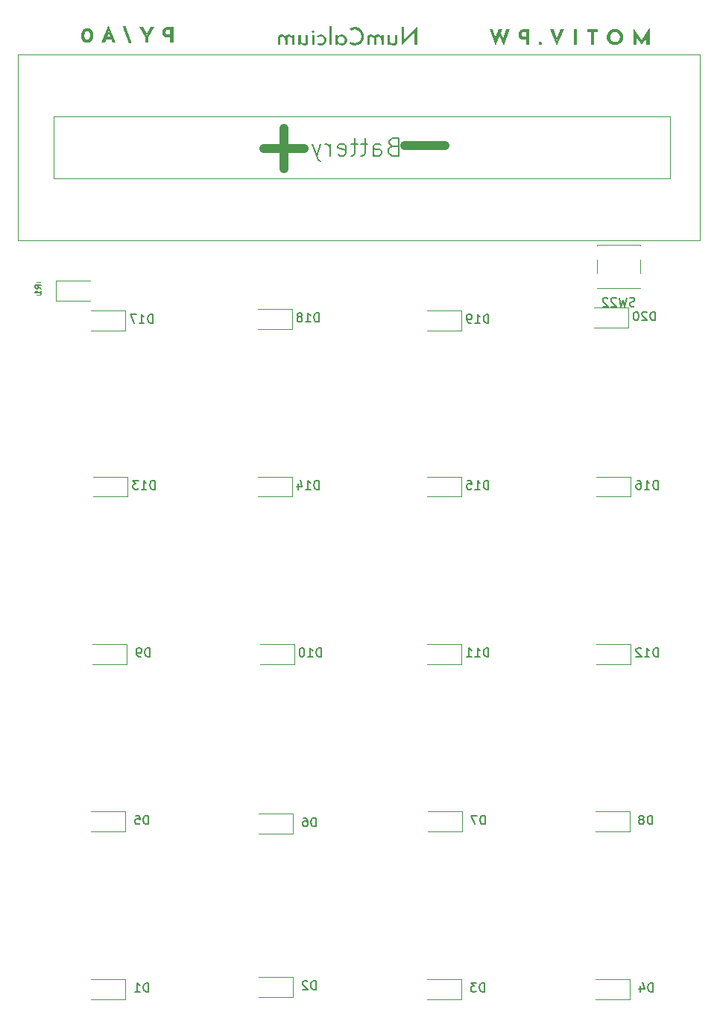
<source format=gbr>
%TF.GenerationSoftware,KiCad,Pcbnew,8.0.7-8.0.7-0~ubuntu22.04.1*%
%TF.CreationDate,2024-12-28T00:36:41+00:00*%
%TF.ProjectId,numcalcium,6e756d63-616c-4636-9975-6d2e6b696361,rev?*%
%TF.SameCoordinates,Original*%
%TF.FileFunction,Legend,Bot*%
%TF.FilePolarity,Positive*%
%FSLAX46Y46*%
G04 Gerber Fmt 4.6, Leading zero omitted, Abs format (unit mm)*
G04 Created by KiCad (PCBNEW 8.0.7-8.0.7-0~ubuntu22.04.1) date 2024-12-28 00:36:41*
%MOMM*%
%LPD*%
G01*
G04 APERTURE LIST*
%ADD10C,0.250000*%
%ADD11C,0.400000*%
%ADD12C,0.150000*%
%ADD13C,1.000000*%
%ADD14C,0.120000*%
%ADD15C,0.100000*%
G04 APERTURE END LIST*
D10*
G36*
X43696710Y30160054D02*
G01*
X45261818Y31749098D01*
X45183172Y31729558D01*
X45177799Y30226000D01*
X45450862Y30226000D01*
X45450862Y32311833D01*
X45438161Y32311833D01*
X43889662Y30718882D01*
X43952676Y30732559D01*
X43958538Y32250284D01*
X43688406Y32250284D01*
X43688406Y30160054D01*
X43696710Y30160054D01*
G37*
G36*
X42804247Y30181059D02*
G01*
X42907253Y30192488D01*
X43004088Y30231025D01*
X43066075Y30277779D01*
X43129112Y30358356D01*
X43165085Y30455008D01*
X43174030Y30528372D01*
X43174030Y31385176D01*
X42912202Y31385176D01*
X42912202Y30620696D01*
X42889914Y30521376D01*
X42857003Y30467311D01*
X42772587Y30415372D01*
X42700688Y30405274D01*
X42603299Y30421404D01*
X42526298Y30462427D01*
X42452736Y30535389D01*
X42402711Y30619230D01*
X42369402Y30718449D01*
X42356713Y30821512D01*
X42356305Y30844911D01*
X42356305Y31385176D01*
X42094477Y31385176D01*
X42094477Y30226000D01*
X42330904Y30226000D01*
X42353374Y30510298D01*
X42340674Y30459984D01*
X42390596Y30374959D01*
X42443744Y30315881D01*
X42522781Y30256267D01*
X42603967Y30216718D01*
X42700199Y30189974D01*
X42797515Y30181094D01*
X42804247Y30181059D01*
G37*
G36*
X41410597Y31385176D02*
G01*
X41388127Y31124813D01*
X41400827Y31147284D01*
X41349975Y31231877D01*
X41279621Y31308756D01*
X41216668Y31355867D01*
X41122100Y31402006D01*
X41026965Y31425593D01*
X40943116Y31431582D01*
X40841106Y31421536D01*
X40771169Y31399831D01*
X40686638Y31350448D01*
X40645628Y31310926D01*
X40595589Y31224974D01*
X40581637Y31171219D01*
X40597268Y31160961D01*
X40538970Y31248682D01*
X40466659Y31320604D01*
X40410667Y31359775D01*
X40319648Y31403532D01*
X40224645Y31427094D01*
X40159096Y31431582D01*
X40059930Y31422137D01*
X39966495Y31389928D01*
X39889452Y31334862D01*
X39828086Y31254285D01*
X39794198Y31157633D01*
X39786870Y31084269D01*
X39786870Y30226000D01*
X40047233Y30226000D01*
X40047233Y30989014D01*
X40065361Y31089306D01*
X40090709Y31138491D01*
X40174856Y31195687D01*
X40231881Y31204436D01*
X40333876Y31187203D01*
X40413109Y31143376D01*
X40483695Y31073644D01*
X40537184Y30985595D01*
X40569735Y30891134D01*
X40584039Y30790019D01*
X40584568Y30776034D01*
X40584568Y30226000D01*
X40846396Y30226000D01*
X40846396Y30989014D01*
X40865897Y31089306D01*
X40892802Y31138491D01*
X40974477Y31194220D01*
X41036905Y31204436D01*
X41138762Y31187203D01*
X41217645Y31143376D01*
X41287376Y31073278D01*
X41340255Y30984129D01*
X41371811Y30888724D01*
X41384047Y30787523D01*
X41384219Y30773592D01*
X41384219Y30226000D01*
X41646047Y30226000D01*
X41646047Y31385176D01*
X41410597Y31385176D01*
G37*
G36*
X37783591Y30377430D02*
G01*
X37869228Y30327160D01*
X37920367Y30301715D01*
X38015011Y30263002D01*
X38109645Y30234538D01*
X38124065Y30230884D01*
X38221918Y30212466D01*
X38327350Y30204044D01*
X38378566Y30203529D01*
X38479332Y30208551D01*
X38588997Y30223450D01*
X38692800Y30248119D01*
X38790741Y30282557D01*
X38802572Y30287549D01*
X38893125Y30331818D01*
X38976717Y30383536D01*
X39062438Y30450624D01*
X39123018Y30509321D01*
X39192377Y30591779D01*
X39252076Y30680883D01*
X39302115Y30776633D01*
X39325740Y30832699D01*
X39356728Y30925603D01*
X39378863Y31021621D01*
X39392143Y31120753D01*
X39396570Y31222999D01*
X39391991Y31334129D01*
X39378252Y31440863D01*
X39355354Y31543201D01*
X39323297Y31641143D01*
X39282601Y31733955D01*
X39234271Y31820417D01*
X39178309Y31900528D01*
X39114714Y31974290D01*
X39034815Y32048951D01*
X38947343Y32113565D01*
X38852297Y32168134D01*
X38796221Y32194108D01*
X38702218Y32228516D01*
X38603880Y32253093D01*
X38501207Y32267839D01*
X38394198Y32272755D01*
X38294412Y32268852D01*
X38189884Y32255361D01*
X38092034Y32232235D01*
X38063981Y32223418D01*
X37966852Y32187872D01*
X37872215Y32144618D01*
X37808992Y32109112D01*
X37917924Y31854122D01*
X38004528Y31906336D01*
X38099496Y31951777D01*
X38121623Y31961101D01*
X38214885Y31991463D01*
X38315155Y32007812D01*
X38385893Y32010926D01*
X38484970Y32003942D01*
X38580698Y31982989D01*
X38664819Y31951819D01*
X38752136Y31905978D01*
X38832064Y31849054D01*
X38898315Y31787688D01*
X38962417Y31710992D01*
X39016361Y31625984D01*
X39056584Y31541491D01*
X39089123Y31442001D01*
X39108156Y31336969D01*
X39113737Y31236676D01*
X39108681Y31136546D01*
X39091438Y31031362D01*
X39061958Y30931373D01*
X39020991Y30838646D01*
X38969288Y30754577D01*
X38912969Y30685665D01*
X38834270Y30614086D01*
X38752594Y30559817D01*
X38678985Y30523487D01*
X38581362Y30490392D01*
X38475889Y30471034D01*
X38373193Y30465357D01*
X38270611Y30470899D01*
X38168316Y30489583D01*
X38098175Y30512252D01*
X38007708Y30552531D01*
X37920153Y30604416D01*
X37899850Y30619230D01*
X37783591Y30377430D01*
G37*
G36*
X36997239Y31425165D02*
G01*
X37099952Y31399951D01*
X37196431Y31356844D01*
X37283386Y31297391D01*
X37357526Y31222468D01*
X37413807Y31140933D01*
X37432812Y31104923D01*
X37469239Y31007550D01*
X37488481Y30910941D01*
X37494896Y30805832D01*
X37494213Y30769545D01*
X37483973Y30667072D01*
X37458185Y30564451D01*
X37417226Y30473662D01*
X37363293Y30395227D01*
X37291513Y30323826D01*
X37206689Y30268009D01*
X37111428Y30228239D01*
X37009009Y30204977D01*
X36909690Y30198156D01*
X36825380Y30203766D01*
X36727973Y30227465D01*
X36669607Y30251576D01*
X36584847Y30301226D01*
X36559064Y30320818D01*
X36485684Y30389642D01*
X36464679Y30419130D01*
X36464679Y30226000D01*
X36202851Y30226000D01*
X36202851Y30938700D01*
X36464679Y30938700D01*
X36464679Y30710577D01*
X36485876Y30640470D01*
X36535998Y30552796D01*
X36582342Y30503737D01*
X36665447Y30449726D01*
X36742448Y30423780D01*
X36839836Y30413578D01*
X36940953Y30427011D01*
X37034254Y30467311D01*
X37114609Y30530815D01*
X37176891Y30612880D01*
X37183339Y30624444D01*
X37218437Y30716521D01*
X37230136Y30818044D01*
X37229934Y30832827D01*
X37215523Y30936274D01*
X37178357Y31026628D01*
X37117662Y31106617D01*
X37039138Y31166823D01*
X36947669Y31204558D01*
X36848140Y31217137D01*
X36774517Y31211252D01*
X36676193Y31181478D01*
X36616163Y31148070D01*
X36542348Y31083292D01*
X36502665Y31029500D01*
X36464679Y30938700D01*
X36202851Y30938700D01*
X36202851Y31385176D01*
X36443674Y31385176D01*
X36463476Y31201463D01*
X36475849Y31220869D01*
X36540531Y31294915D01*
X36622949Y31359286D01*
X36689967Y31394706D01*
X36792069Y31423901D01*
X36898454Y31432559D01*
X36997239Y31425165D01*
G37*
G36*
X35754909Y32394387D02*
G01*
X35493081Y32394387D01*
X35493081Y30226000D01*
X35754909Y30226000D01*
X35754909Y32394387D01*
G37*
G36*
X34101385Y30333955D02*
G01*
X34187115Y30277535D01*
X34281239Y30236619D01*
X34287987Y30234304D01*
X34383343Y30209593D01*
X34486547Y30198474D01*
X34507317Y30198156D01*
X34610061Y30204106D01*
X34715791Y30224676D01*
X34812649Y30259939D01*
X34839976Y30273383D01*
X34923324Y30326620D01*
X35000901Y30398845D01*
X35063702Y30485385D01*
X35106206Y30575545D01*
X35132968Y30675055D01*
X35143594Y30772608D01*
X35144302Y30806809D01*
X35137540Y30907084D01*
X35114166Y31009437D01*
X35074094Y31102249D01*
X35058817Y31128233D01*
X35000094Y31207659D01*
X34923267Y31281034D01*
X34833625Y31339747D01*
X34744095Y31379160D01*
X34641204Y31405654D01*
X34543660Y31414412D01*
X34533695Y31414485D01*
X34433105Y31408990D01*
X34333590Y31390633D01*
X34284079Y31375406D01*
X34193612Y31335789D01*
X34109341Y31281307D01*
X34094058Y31268916D01*
X34224484Y31098435D01*
X34307574Y31150573D01*
X34347094Y31168777D01*
X34445554Y31196063D01*
X34511225Y31200528D01*
X34609288Y31187584D01*
X34698315Y31148749D01*
X34778316Y31083256D01*
X34832648Y31008065D01*
X34870018Y30913299D01*
X34882425Y30813808D01*
X34882474Y30806809D01*
X34869773Y30703616D01*
X34831672Y30608972D01*
X34770855Y30528006D01*
X34690988Y30465846D01*
X34594878Y30426645D01*
X34493462Y30413629D01*
X34486312Y30413578D01*
X34385130Y30425186D01*
X34348559Y30436048D01*
X34257815Y30481295D01*
X34235719Y30497598D01*
X34101385Y30333955D01*
G37*
G36*
X33767750Y31385176D02*
G01*
X33505921Y31385176D01*
X33505921Y30226000D01*
X33767750Y30226000D01*
X33767750Y31385176D01*
G37*
G36*
X33785824Y31793550D02*
G01*
X33747676Y31886996D01*
X33735998Y31897598D01*
X33646701Y31938105D01*
X33629020Y31939119D01*
X33535414Y31907329D01*
X33523507Y31897598D01*
X33477345Y31808853D01*
X33476612Y31793550D01*
X33512516Y31699036D01*
X33523507Y31688526D01*
X33614548Y31648615D01*
X33629020Y31647981D01*
X33723427Y31679397D01*
X33735998Y31689014D01*
X33784607Y31774383D01*
X33785824Y31793550D01*
G37*
G36*
X32686731Y30181059D02*
G01*
X32789737Y30192488D01*
X32886572Y30231025D01*
X32948559Y30277779D01*
X33011597Y30358356D01*
X33047569Y30455008D01*
X33056515Y30528372D01*
X33056515Y31385176D01*
X32794686Y31385176D01*
X32794686Y30620696D01*
X32772399Y30521376D01*
X32739487Y30467311D01*
X32655071Y30415372D01*
X32583172Y30405274D01*
X32485783Y30421404D01*
X32408782Y30462427D01*
X32335220Y30535389D01*
X32285196Y30619230D01*
X32251886Y30718449D01*
X32239197Y30821512D01*
X32238789Y30844911D01*
X32238789Y31385176D01*
X31976961Y31385176D01*
X31976961Y30226000D01*
X32213388Y30226000D01*
X32235859Y30510298D01*
X32223158Y30459984D01*
X32273081Y30374959D01*
X32326228Y30315881D01*
X32405265Y30256267D01*
X32486452Y30216718D01*
X32582683Y30189974D01*
X32679999Y30181094D01*
X32686731Y30181059D01*
G37*
G36*
X31293081Y31385176D02*
G01*
X31270611Y31124813D01*
X31283311Y31147284D01*
X31232459Y31231877D01*
X31162105Y31308756D01*
X31099152Y31355867D01*
X31004585Y31402006D01*
X30909449Y31425593D01*
X30825600Y31431582D01*
X30723591Y31421536D01*
X30653653Y31399831D01*
X30569122Y31350448D01*
X30528113Y31310926D01*
X30478074Y31224974D01*
X30464121Y31171219D01*
X30479752Y31160961D01*
X30421455Y31248682D01*
X30349144Y31320604D01*
X30293151Y31359775D01*
X30202132Y31403532D01*
X30107129Y31427094D01*
X30041581Y31431582D01*
X29942414Y31422137D01*
X29848979Y31389928D01*
X29771937Y31334862D01*
X29710571Y31254285D01*
X29676682Y31157633D01*
X29669355Y31084269D01*
X29669355Y30226000D01*
X29929718Y30226000D01*
X29929718Y30989014D01*
X29947845Y31089306D01*
X29973193Y31138491D01*
X30057340Y31195687D01*
X30114365Y31204436D01*
X30216360Y31187203D01*
X30295593Y31143376D01*
X30366180Y31073644D01*
X30419669Y30985595D01*
X30452219Y30891134D01*
X30466523Y30790019D01*
X30467052Y30776034D01*
X30467052Y30226000D01*
X30728880Y30226000D01*
X30728880Y30989014D01*
X30748381Y31089306D01*
X30775286Y31138491D01*
X30856961Y31194220D01*
X30919390Y31204436D01*
X31021246Y31187203D01*
X31100129Y31143376D01*
X31169861Y31073278D01*
X31222739Y30984129D01*
X31254295Y30888724D01*
X31266531Y30787523D01*
X31266703Y30773592D01*
X31266703Y30226000D01*
X31528531Y30226000D01*
X31528531Y31385176D01*
X31293081Y31385176D01*
G37*
D11*
G36*
X71860404Y30251057D02*
G01*
X71860404Y32127880D01*
X71858267Y32127880D01*
X70855955Y30706692D01*
X71008118Y30740886D01*
X70008371Y32127880D01*
X70003670Y32127880D01*
X70003670Y30251057D01*
X70358860Y30251057D01*
X70358860Y31326458D01*
X70336634Y31142665D01*
X70946569Y30275420D01*
X70951698Y30275420D01*
X71578731Y31142665D01*
X71517609Y31311925D01*
X71517609Y30251057D01*
X71860404Y30251057D01*
G37*
G36*
X68029367Y32069429D02*
G01*
X68120328Y32055645D01*
X68208244Y32032671D01*
X68293115Y32000507D01*
X68373925Y31960302D01*
X68449659Y31913205D01*
X68520318Y31859216D01*
X68585901Y31798335D01*
X68645500Y31731630D01*
X68698207Y31660170D01*
X68744022Y31583955D01*
X68782944Y31502984D01*
X68813986Y31418434D01*
X68836158Y31331480D01*
X68849462Y31242121D01*
X68853897Y31150359D01*
X68849462Y31056352D01*
X68836158Y30965391D01*
X68813986Y30877475D01*
X68782944Y30792604D01*
X68744022Y30711794D01*
X68698207Y30636060D01*
X68645500Y30565401D01*
X68585901Y30499818D01*
X68520318Y30440192D01*
X68449659Y30387405D01*
X68373925Y30341457D01*
X68293115Y30302347D01*
X68208244Y30271306D01*
X68120328Y30249133D01*
X68029367Y30235829D01*
X67935360Y30231395D01*
X67842475Y30235829D01*
X67752316Y30249133D01*
X67664880Y30271306D01*
X67580170Y30302347D01*
X67499200Y30341457D01*
X67422985Y30387405D01*
X67351524Y30440192D01*
X67284819Y30499818D01*
X67224018Y30565401D01*
X67170270Y30636060D01*
X67123573Y30711794D01*
X67083930Y30792604D01*
X67052327Y30877475D01*
X67029754Y30965391D01*
X67016210Y31056352D01*
X67011695Y31150359D01*
X67379280Y31150359D01*
X67381285Y31098569D01*
X67394047Y31013308D01*
X67421168Y30925961D01*
X67437843Y30887853D01*
X67481703Y30811060D01*
X67536145Y30742168D01*
X67564616Y30713602D01*
X67632488Y30660267D01*
X67708825Y30618642D01*
X67746567Y30603680D01*
X67832156Y30581883D01*
X67922965Y30574617D01*
X67974632Y30576724D01*
X68059112Y30590138D01*
X68144799Y30618642D01*
X68182090Y30636398D01*
X68257011Y30683428D01*
X68323890Y30742168D01*
X68351554Y30772982D01*
X68403348Y30845521D01*
X68443996Y30925961D01*
X68460651Y30972345D01*
X68480728Y31062503D01*
X68486738Y31150359D01*
X68484755Y31203022D01*
X68472122Y31289496D01*
X68445278Y31377749D01*
X68428368Y31416422D01*
X68383482Y31493926D01*
X68327309Y31562824D01*
X68297922Y31591535D01*
X68228373Y31645081D01*
X68150782Y31686777D01*
X68106020Y31703931D01*
X68018548Y31724611D01*
X67932796Y31730802D01*
X67889319Y31729254D01*
X67799242Y31715281D01*
X67714809Y31686777D01*
X67678044Y31669005D01*
X67604572Y31621840D01*
X67539565Y31562824D01*
X67512642Y31532094D01*
X67462042Y31459225D01*
X67422023Y31377749D01*
X67403323Y31324107D01*
X67385291Y31239637D01*
X67379280Y31150359D01*
X67011695Y31150359D01*
X67016210Y31242121D01*
X67029754Y31331480D01*
X67052327Y31418434D01*
X67083930Y31502984D01*
X67123573Y31583955D01*
X67170270Y31660170D01*
X67224018Y31731630D01*
X67284819Y31798335D01*
X67351524Y31859216D01*
X67422985Y31913205D01*
X67499200Y31960302D01*
X67580170Y32000507D01*
X67664880Y32032671D01*
X67752316Y32055645D01*
X67842475Y32069429D01*
X67935360Y32074024D01*
X68029367Y32069429D01*
G37*
G36*
X65983738Y32054363D02*
G01*
X64768569Y32054363D01*
X64768569Y31711140D01*
X65207107Y31711140D01*
X65207107Y30251057D01*
X65562297Y30251057D01*
X65562297Y31711140D01*
X65983738Y31711140D01*
X65983738Y32054363D01*
G37*
G36*
X63631618Y32054363D02*
G01*
X63276428Y32054363D01*
X63276428Y30251057D01*
X63631618Y30251057D01*
X63631618Y32054363D01*
G37*
G36*
X61744109Y32054363D02*
G01*
X61217522Y30755845D01*
X61423113Y30797306D01*
X60945680Y32054363D01*
X60524238Y32054363D01*
X61347459Y30167709D01*
X62170680Y32054363D01*
X61744109Y32054363D01*
G37*
G36*
X59615106Y30427583D02*
G01*
X59593567Y30512634D01*
X59559968Y30554528D01*
X59486704Y30598974D01*
X59438579Y30606247D01*
X59353808Y30579529D01*
X59322319Y30554528D01*
X59274935Y30480898D01*
X59267182Y30427583D01*
X59286620Y30343255D01*
X59322319Y30298928D01*
X59397265Y30256713D01*
X59438579Y30251057D01*
X59524421Y30273683D01*
X59559968Y30298928D01*
X59607352Y30371624D01*
X59615106Y30427583D01*
G37*
G36*
X58203321Y30251057D02*
G01*
X57848131Y30251057D01*
X57848131Y30822096D01*
X57593385Y30822096D01*
X57560775Y30822581D01*
X57468804Y30829850D01*
X57376925Y30848158D01*
X57295898Y30877234D01*
X57238275Y30907020D01*
X57163362Y30960014D01*
X57102274Y31022986D01*
X57072553Y31063611D01*
X57027341Y31144268D01*
X56997128Y31224731D01*
X56985797Y31266520D01*
X56969291Y31356754D01*
X56964390Y31436733D01*
X57318979Y31436733D01*
X57332656Y31355950D01*
X57336243Y31344363D01*
X57376681Y31266618D01*
X57391249Y31248614D01*
X57461311Y31195666D01*
X57509513Y31177401D01*
X57595950Y31167456D01*
X57848131Y31167456D01*
X57848131Y31711140D01*
X57593385Y31711140D01*
X57528851Y31706632D01*
X57445069Y31679083D01*
X57422296Y31664530D01*
X57363003Y31600865D01*
X57358116Y31592140D01*
X57327527Y31508968D01*
X57318979Y31436733D01*
X56964390Y31436733D01*
X56963788Y31446564D01*
X56966628Y31514675D01*
X56979251Y31599973D01*
X57005521Y31688397D01*
X57044572Y31768843D01*
X57071622Y31809826D01*
X57129411Y31876075D01*
X57198898Y31932654D01*
X57280083Y31979563D01*
X57299638Y31988621D01*
X57383199Y32019008D01*
X57475309Y32040045D01*
X57562918Y32050783D01*
X57657072Y32054363D01*
X58203321Y32054363D01*
X58203321Y30251057D01*
G37*
G36*
X56005502Y32041967D02*
G01*
X55588762Y32041967D01*
X55204080Y30910146D01*
X55260500Y30934509D01*
X54924971Y31770125D01*
X54760840Y31282433D01*
X55280161Y30167709D01*
X56005502Y32041967D01*
G37*
G36*
X55101070Y32041967D02*
G01*
X54748445Y32041967D01*
X54305205Y30946904D01*
X54368891Y30956735D01*
X54038064Y32041967D01*
X53655946Y32041967D01*
X54351367Y30172838D01*
X55101070Y32041967D01*
G37*
G36*
X17758404Y30505057D02*
G01*
X17403214Y30505057D01*
X17403214Y31076096D01*
X17148468Y31076096D01*
X17115858Y31076581D01*
X17023887Y31083850D01*
X16932008Y31102158D01*
X16850981Y31131234D01*
X16793358Y31161020D01*
X16718446Y31214014D01*
X16657357Y31276986D01*
X16627636Y31317611D01*
X16582424Y31398268D01*
X16552211Y31478731D01*
X16540880Y31520520D01*
X16524374Y31610754D01*
X16519473Y31690733D01*
X16874062Y31690733D01*
X16887739Y31609950D01*
X16891326Y31598363D01*
X16931764Y31520618D01*
X16946332Y31502614D01*
X17016394Y31449666D01*
X17064596Y31431401D01*
X17151033Y31421456D01*
X17403214Y31421456D01*
X17403214Y31965140D01*
X17148468Y31965140D01*
X17083934Y31960632D01*
X17000152Y31933083D01*
X16977379Y31918530D01*
X16918086Y31854865D01*
X16913199Y31846140D01*
X16882610Y31762968D01*
X16874062Y31690733D01*
X16519473Y31690733D01*
X16518871Y31700564D01*
X16521711Y31768675D01*
X16534334Y31853973D01*
X16560604Y31942397D01*
X16599655Y32022843D01*
X16626705Y32063826D01*
X16684494Y32130075D01*
X16753981Y32186654D01*
X16835166Y32233563D01*
X16854721Y32242621D01*
X16938282Y32273008D01*
X17030392Y32294045D01*
X17118001Y32304783D01*
X17212155Y32308363D01*
X17758404Y32308363D01*
X17758404Y30505057D01*
G37*
G36*
X14938254Y31066266D02*
G01*
X15602045Y32308363D01*
X15163507Y32308363D01*
X14698041Y31372302D01*
X14803188Y31365036D01*
X14344988Y32308363D01*
X13906450Y32308363D01*
X14583064Y31066266D01*
X14583064Y30505057D01*
X14938254Y30505057D01*
X14938254Y31066266D01*
G37*
G36*
X12029627Y32345121D02*
G01*
X12062245Y32256426D01*
X12094863Y32167776D01*
X12127480Y32079172D01*
X12160098Y31990612D01*
X12192716Y31902098D01*
X12225334Y31813628D01*
X12257952Y31725204D01*
X12290570Y31636824D01*
X12323188Y31548490D01*
X12355806Y31460201D01*
X12377551Y31401367D01*
X12410169Y31313188D01*
X12442787Y31224964D01*
X12475404Y31136695D01*
X12508022Y31048380D01*
X12540640Y30960021D01*
X12573258Y30871617D01*
X12605876Y30783167D01*
X12638494Y30694673D01*
X12671112Y30606133D01*
X12703729Y30517549D01*
X12725475Y30458467D01*
X13034503Y30458467D01*
X13001885Y30547082D01*
X12969267Y30635652D01*
X12936649Y30724176D01*
X12904032Y30812656D01*
X12871414Y30901090D01*
X12838796Y30989479D01*
X12806178Y31077824D01*
X12773560Y31166123D01*
X12740942Y31254377D01*
X12708324Y31342586D01*
X12686579Y31401367D01*
X12653961Y31489626D01*
X12621343Y31577930D01*
X12588725Y31666279D01*
X12556108Y31754674D01*
X12523490Y31843113D01*
X12490872Y31931597D01*
X12458254Y32020127D01*
X12425636Y32108702D01*
X12393018Y32197321D01*
X12360400Y32285986D01*
X12338655Y32345121D01*
X12029627Y32345121D01*
G37*
G36*
X11220511Y30505057D02*
G01*
X10407122Y32379315D01*
X10387460Y32379315D01*
X9574070Y30505057D01*
X9985681Y30505057D01*
X10505002Y31823235D01*
X10248120Y31999762D01*
X10870450Y30505057D01*
X11220511Y30505057D01*
G37*
G36*
X10664431Y31156880D02*
G01*
X10122884Y31156880D01*
X9998076Y30857682D01*
X10774707Y30857682D01*
X10664431Y31156880D01*
G37*
G36*
X7990226Y32148893D02*
G01*
X8079568Y32144135D01*
X8164652Y32131446D01*
X8253327Y32108328D01*
X8328118Y32077790D01*
X8402964Y32031664D01*
X8470032Y31972406D01*
X8486905Y31953983D01*
X8537996Y31884593D01*
X8581156Y31802931D01*
X8613219Y31718943D01*
X8619430Y31698875D01*
X8640267Y31612588D01*
X8654693Y31516685D01*
X8662056Y31424880D01*
X8664510Y31325712D01*
X8661933Y31236161D01*
X8652676Y31140277D01*
X8636688Y31051286D01*
X8610654Y30959409D01*
X8600203Y30930711D01*
X8564613Y30850296D01*
X8517613Y30770938D01*
X8462765Y30702099D01*
X8400889Y30643879D01*
X8326268Y30591601D01*
X8244779Y30551646D01*
X8157692Y30523661D01*
X8066868Y30507292D01*
X7981057Y30502492D01*
X7895414Y30507042D01*
X7805159Y30522556D01*
X7719046Y30549081D01*
X7645048Y30583334D01*
X7569821Y30632871D01*
X7501059Y30694833D01*
X7483475Y30713933D01*
X7430181Y30784926D01*
X7385068Y30867189D01*
X7351460Y30950861D01*
X7344939Y30970708D01*
X7323060Y31054870D01*
X7307913Y31146673D01*
X7300182Y31233268D01*
X7297605Y31325712D01*
X7297888Y31335543D01*
X7667327Y31335543D01*
X7669559Y31260293D01*
X7678347Y31173556D01*
X7695538Y31085500D01*
X7703224Y31058138D01*
X7736971Y30979451D01*
X7792563Y30908118D01*
X7810508Y30892891D01*
X7892911Y30853872D01*
X7983622Y30843150D01*
X8012847Y30844165D01*
X8096759Y30861486D01*
X8172544Y30908118D01*
X8188993Y30925068D01*
X8239138Y31001241D01*
X8267860Y31083363D01*
X8280876Y31147320D01*
X8291605Y31238592D01*
X8294787Y31328277D01*
X8293104Y31393913D01*
X8284269Y31486057D01*
X8267860Y31570627D01*
X8262446Y31590512D01*
X8227548Y31672979D01*
X8172544Y31742452D01*
X8154539Y31757378D01*
X8072743Y31795627D01*
X7983622Y31806138D01*
X7953802Y31805156D01*
X7868604Y31788405D01*
X7792563Y31743307D01*
X7780017Y31731226D01*
X7727993Y31659443D01*
X7695538Y31575329D01*
X7681901Y31513851D01*
X7670661Y31424623D01*
X7667327Y31335543D01*
X7297888Y31335543D01*
X7300182Y31415264D01*
X7309438Y31511148D01*
X7325427Y31600139D01*
X7351460Y31692016D01*
X7361915Y31720714D01*
X7397562Y31801129D01*
X7444704Y31880487D01*
X7499777Y31949326D01*
X7561470Y32007729D01*
X7636081Y32060017D01*
X7717764Y32099779D01*
X7804607Y32127764D01*
X7895289Y32144133D01*
X7981057Y32148933D01*
X7990226Y32148893D01*
G37*
D12*
X14930094Y-77168819D02*
X14930094Y-76168819D01*
X14930094Y-76168819D02*
X14691999Y-76168819D01*
X14691999Y-76168819D02*
X14549142Y-76216438D01*
X14549142Y-76216438D02*
X14453904Y-76311676D01*
X14453904Y-76311676D02*
X14406285Y-76406914D01*
X14406285Y-76406914D02*
X14358666Y-76597390D01*
X14358666Y-76597390D02*
X14358666Y-76740247D01*
X14358666Y-76740247D02*
X14406285Y-76930723D01*
X14406285Y-76930723D02*
X14453904Y-77025961D01*
X14453904Y-77025961D02*
X14549142Y-77121200D01*
X14549142Y-77121200D02*
X14691999Y-77168819D01*
X14691999Y-77168819D02*
X14930094Y-77168819D01*
X13406285Y-77168819D02*
X13977713Y-77168819D01*
X13691999Y-77168819D02*
X13691999Y-76168819D01*
X13691999Y-76168819D02*
X13787237Y-76311676D01*
X13787237Y-76311676D02*
X13882475Y-76406914D01*
X13882475Y-76406914D02*
X13977713Y-76454533D01*
X72230094Y-77168819D02*
X72230094Y-76168819D01*
X72230094Y-76168819D02*
X71991999Y-76168819D01*
X71991999Y-76168819D02*
X71849142Y-76216438D01*
X71849142Y-76216438D02*
X71753904Y-76311676D01*
X71753904Y-76311676D02*
X71706285Y-76406914D01*
X71706285Y-76406914D02*
X71658666Y-76597390D01*
X71658666Y-76597390D02*
X71658666Y-76740247D01*
X71658666Y-76740247D02*
X71706285Y-76930723D01*
X71706285Y-76930723D02*
X71753904Y-77025961D01*
X71753904Y-77025961D02*
X71849142Y-77121200D01*
X71849142Y-77121200D02*
X71991999Y-77168819D01*
X71991999Y-77168819D02*
X72230094Y-77168819D01*
X70801523Y-76502152D02*
X70801523Y-77168819D01*
X71039618Y-76121200D02*
X71277713Y-76835485D01*
X71277713Y-76835485D02*
X70658666Y-76835485D01*
X72506285Y-1018819D02*
X72506285Y-18819D01*
X72506285Y-18819D02*
X72268190Y-18819D01*
X72268190Y-18819D02*
X72125333Y-66438D01*
X72125333Y-66438D02*
X72030095Y-161676D01*
X72030095Y-161676D02*
X71982476Y-256914D01*
X71982476Y-256914D02*
X71934857Y-447390D01*
X71934857Y-447390D02*
X71934857Y-590247D01*
X71934857Y-590247D02*
X71982476Y-780723D01*
X71982476Y-780723D02*
X72030095Y-875961D01*
X72030095Y-875961D02*
X72125333Y-971200D01*
X72125333Y-971200D02*
X72268190Y-1018819D01*
X72268190Y-1018819D02*
X72506285Y-1018819D01*
X71553904Y-114057D02*
X71506285Y-66438D01*
X71506285Y-66438D02*
X71411047Y-18819D01*
X71411047Y-18819D02*
X71172952Y-18819D01*
X71172952Y-18819D02*
X71077714Y-66438D01*
X71077714Y-66438D02*
X71030095Y-114057D01*
X71030095Y-114057D02*
X70982476Y-209295D01*
X70982476Y-209295D02*
X70982476Y-304533D01*
X70982476Y-304533D02*
X71030095Y-447390D01*
X71030095Y-447390D02*
X71601523Y-1018819D01*
X71601523Y-1018819D02*
X70982476Y-1018819D01*
X70363428Y-18819D02*
X70268190Y-18819D01*
X70268190Y-18819D02*
X70172952Y-66438D01*
X70172952Y-66438D02*
X70125333Y-114057D01*
X70125333Y-114057D02*
X70077714Y-209295D01*
X70077714Y-209295D02*
X70030095Y-399771D01*
X70030095Y-399771D02*
X70030095Y-637866D01*
X70030095Y-637866D02*
X70077714Y-828342D01*
X70077714Y-828342D02*
X70125333Y-923580D01*
X70125333Y-923580D02*
X70172952Y-971200D01*
X70172952Y-971200D02*
X70268190Y-1018819D01*
X70268190Y-1018819D02*
X70363428Y-1018819D01*
X70363428Y-1018819D02*
X70458666Y-971200D01*
X70458666Y-971200D02*
X70506285Y-923580D01*
X70506285Y-923580D02*
X70553904Y-828342D01*
X70553904Y-828342D02*
X70601523Y-637866D01*
X70601523Y-637866D02*
X70601523Y-399771D01*
X70601523Y-399771D02*
X70553904Y-209295D01*
X70553904Y-209295D02*
X70506285Y-114057D01*
X70506285Y-114057D02*
X70458666Y-66438D01*
X70458666Y-66438D02*
X70363428Y-18819D01*
X14930094Y-58168819D02*
X14930094Y-57168819D01*
X14930094Y-57168819D02*
X14691999Y-57168819D01*
X14691999Y-57168819D02*
X14549142Y-57216438D01*
X14549142Y-57216438D02*
X14453904Y-57311676D01*
X14453904Y-57311676D02*
X14406285Y-57406914D01*
X14406285Y-57406914D02*
X14358666Y-57597390D01*
X14358666Y-57597390D02*
X14358666Y-57740247D01*
X14358666Y-57740247D02*
X14406285Y-57930723D01*
X14406285Y-57930723D02*
X14453904Y-58025961D01*
X14453904Y-58025961D02*
X14549142Y-58121200D01*
X14549142Y-58121200D02*
X14691999Y-58168819D01*
X14691999Y-58168819D02*
X14930094Y-58168819D01*
X13453904Y-57168819D02*
X13930094Y-57168819D01*
X13930094Y-57168819D02*
X13977713Y-57645009D01*
X13977713Y-57645009D02*
X13930094Y-57597390D01*
X13930094Y-57597390D02*
X13834856Y-57549771D01*
X13834856Y-57549771D02*
X13596761Y-57549771D01*
X13596761Y-57549771D02*
X13501523Y-57597390D01*
X13501523Y-57597390D02*
X13453904Y-57645009D01*
X13453904Y-57645009D02*
X13406285Y-57740247D01*
X13406285Y-57740247D02*
X13406285Y-57978342D01*
X13406285Y-57978342D02*
X13453904Y-58073580D01*
X13453904Y-58073580D02*
X13501523Y-58121200D01*
X13501523Y-58121200D02*
X13596761Y-58168819D01*
X13596761Y-58168819D02*
X13834856Y-58168819D01*
X13834856Y-58168819D02*
X13930094Y-58121200D01*
X13930094Y-58121200D02*
X13977713Y-58073580D01*
X15080094Y-39168819D02*
X15080094Y-38168819D01*
X15080094Y-38168819D02*
X14841999Y-38168819D01*
X14841999Y-38168819D02*
X14699142Y-38216438D01*
X14699142Y-38216438D02*
X14603904Y-38311676D01*
X14603904Y-38311676D02*
X14556285Y-38406914D01*
X14556285Y-38406914D02*
X14508666Y-38597390D01*
X14508666Y-38597390D02*
X14508666Y-38740247D01*
X14508666Y-38740247D02*
X14556285Y-38930723D01*
X14556285Y-38930723D02*
X14603904Y-39025961D01*
X14603904Y-39025961D02*
X14699142Y-39121200D01*
X14699142Y-39121200D02*
X14841999Y-39168819D01*
X14841999Y-39168819D02*
X15080094Y-39168819D01*
X14032475Y-39168819D02*
X13841999Y-39168819D01*
X13841999Y-39168819D02*
X13746761Y-39121200D01*
X13746761Y-39121200D02*
X13699142Y-39073580D01*
X13699142Y-39073580D02*
X13603904Y-38930723D01*
X13603904Y-38930723D02*
X13556285Y-38740247D01*
X13556285Y-38740247D02*
X13556285Y-38359295D01*
X13556285Y-38359295D02*
X13603904Y-38264057D01*
X13603904Y-38264057D02*
X13651523Y-38216438D01*
X13651523Y-38216438D02*
X13746761Y-38168819D01*
X13746761Y-38168819D02*
X13937237Y-38168819D01*
X13937237Y-38168819D02*
X14032475Y-38216438D01*
X14032475Y-38216438D02*
X14080094Y-38264057D01*
X14080094Y-38264057D02*
X14127713Y-38359295D01*
X14127713Y-38359295D02*
X14127713Y-38597390D01*
X14127713Y-38597390D02*
X14080094Y-38692628D01*
X14080094Y-38692628D02*
X14032475Y-38740247D01*
X14032475Y-38740247D02*
X13937237Y-38787866D01*
X13937237Y-38787866D02*
X13746761Y-38787866D01*
X13746761Y-38787866D02*
X13651523Y-38740247D01*
X13651523Y-38740247D02*
X13603904Y-38692628D01*
X13603904Y-38692628D02*
X13556285Y-38597390D01*
X72806285Y-39168819D02*
X72806285Y-38168819D01*
X72806285Y-38168819D02*
X72568190Y-38168819D01*
X72568190Y-38168819D02*
X72425333Y-38216438D01*
X72425333Y-38216438D02*
X72330095Y-38311676D01*
X72330095Y-38311676D02*
X72282476Y-38406914D01*
X72282476Y-38406914D02*
X72234857Y-38597390D01*
X72234857Y-38597390D02*
X72234857Y-38740247D01*
X72234857Y-38740247D02*
X72282476Y-38930723D01*
X72282476Y-38930723D02*
X72330095Y-39025961D01*
X72330095Y-39025961D02*
X72425333Y-39121200D01*
X72425333Y-39121200D02*
X72568190Y-39168819D01*
X72568190Y-39168819D02*
X72806285Y-39168819D01*
X71282476Y-39168819D02*
X71853904Y-39168819D01*
X71568190Y-39168819D02*
X71568190Y-38168819D01*
X71568190Y-38168819D02*
X71663428Y-38311676D01*
X71663428Y-38311676D02*
X71758666Y-38406914D01*
X71758666Y-38406914D02*
X71853904Y-38454533D01*
X70901523Y-38264057D02*
X70853904Y-38216438D01*
X70853904Y-38216438D02*
X70758666Y-38168819D01*
X70758666Y-38168819D02*
X70520571Y-38168819D01*
X70520571Y-38168819D02*
X70425333Y-38216438D01*
X70425333Y-38216438D02*
X70377714Y-38264057D01*
X70377714Y-38264057D02*
X70330095Y-38359295D01*
X70330095Y-38359295D02*
X70330095Y-38454533D01*
X70330095Y-38454533D02*
X70377714Y-38597390D01*
X70377714Y-38597390D02*
X70949142Y-39168819D01*
X70949142Y-39168819D02*
X70330095Y-39168819D01*
X34306285Y-1168819D02*
X34306285Y-168819D01*
X34306285Y-168819D02*
X34068190Y-168819D01*
X34068190Y-168819D02*
X33925333Y-216438D01*
X33925333Y-216438D02*
X33830095Y-311676D01*
X33830095Y-311676D02*
X33782476Y-406914D01*
X33782476Y-406914D02*
X33734857Y-597390D01*
X33734857Y-597390D02*
X33734857Y-740247D01*
X33734857Y-740247D02*
X33782476Y-930723D01*
X33782476Y-930723D02*
X33830095Y-1025961D01*
X33830095Y-1025961D02*
X33925333Y-1121200D01*
X33925333Y-1121200D02*
X34068190Y-1168819D01*
X34068190Y-1168819D02*
X34306285Y-1168819D01*
X32782476Y-1168819D02*
X33353904Y-1168819D01*
X33068190Y-1168819D02*
X33068190Y-168819D01*
X33068190Y-168819D02*
X33163428Y-311676D01*
X33163428Y-311676D02*
X33258666Y-406914D01*
X33258666Y-406914D02*
X33353904Y-454533D01*
X32211047Y-597390D02*
X32306285Y-549771D01*
X32306285Y-549771D02*
X32353904Y-502152D01*
X32353904Y-502152D02*
X32401523Y-406914D01*
X32401523Y-406914D02*
X32401523Y-359295D01*
X32401523Y-359295D02*
X32353904Y-264057D01*
X32353904Y-264057D02*
X32306285Y-216438D01*
X32306285Y-216438D02*
X32211047Y-168819D01*
X32211047Y-168819D02*
X32020571Y-168819D01*
X32020571Y-168819D02*
X31925333Y-216438D01*
X31925333Y-216438D02*
X31877714Y-264057D01*
X31877714Y-264057D02*
X31830095Y-359295D01*
X31830095Y-359295D02*
X31830095Y-406914D01*
X31830095Y-406914D02*
X31877714Y-502152D01*
X31877714Y-502152D02*
X31925333Y-549771D01*
X31925333Y-549771D02*
X32020571Y-597390D01*
X32020571Y-597390D02*
X32211047Y-597390D01*
X32211047Y-597390D02*
X32306285Y-645009D01*
X32306285Y-645009D02*
X32353904Y-692628D01*
X32353904Y-692628D02*
X32401523Y-787866D01*
X32401523Y-787866D02*
X32401523Y-978342D01*
X32401523Y-978342D02*
X32353904Y-1073580D01*
X32353904Y-1073580D02*
X32306285Y-1121200D01*
X32306285Y-1121200D02*
X32211047Y-1168819D01*
X32211047Y-1168819D02*
X32020571Y-1168819D01*
X32020571Y-1168819D02*
X31925333Y-1121200D01*
X31925333Y-1121200D02*
X31877714Y-1073580D01*
X31877714Y-1073580D02*
X31830095Y-978342D01*
X31830095Y-978342D02*
X31830095Y-787866D01*
X31830095Y-787866D02*
X31877714Y-692628D01*
X31877714Y-692628D02*
X31925333Y-645009D01*
X31925333Y-645009D02*
X32020571Y-597390D01*
X42684856Y18731180D02*
X42399142Y18635942D01*
X42399142Y18635942D02*
X42303904Y18540704D01*
X42303904Y18540704D02*
X42208666Y18350228D01*
X42208666Y18350228D02*
X42208666Y18064514D01*
X42208666Y18064514D02*
X42303904Y17874038D01*
X42303904Y17874038D02*
X42399142Y17778800D01*
X42399142Y17778800D02*
X42589618Y17683561D01*
X42589618Y17683561D02*
X43351523Y17683561D01*
X43351523Y17683561D02*
X43351523Y19683561D01*
X43351523Y19683561D02*
X42684856Y19683561D01*
X42684856Y19683561D02*
X42494380Y19588323D01*
X42494380Y19588323D02*
X42399142Y19493085D01*
X42399142Y19493085D02*
X42303904Y19302609D01*
X42303904Y19302609D02*
X42303904Y19112133D01*
X42303904Y19112133D02*
X42399142Y18921657D01*
X42399142Y18921657D02*
X42494380Y18826419D01*
X42494380Y18826419D02*
X42684856Y18731180D01*
X42684856Y18731180D02*
X43351523Y18731180D01*
X40494380Y17683561D02*
X40494380Y18731180D01*
X40494380Y18731180D02*
X40589618Y18921657D01*
X40589618Y18921657D02*
X40780094Y19016895D01*
X40780094Y19016895D02*
X41161047Y19016895D01*
X41161047Y19016895D02*
X41351523Y18921657D01*
X40494380Y17778800D02*
X40684856Y17683561D01*
X40684856Y17683561D02*
X41161047Y17683561D01*
X41161047Y17683561D02*
X41351523Y17778800D01*
X41351523Y17778800D02*
X41446761Y17969276D01*
X41446761Y17969276D02*
X41446761Y18159752D01*
X41446761Y18159752D02*
X41351523Y18350228D01*
X41351523Y18350228D02*
X41161047Y18445466D01*
X41161047Y18445466D02*
X40684856Y18445466D01*
X40684856Y18445466D02*
X40494380Y18540704D01*
X39827713Y19016895D02*
X39065809Y19016895D01*
X39541999Y19683561D02*
X39541999Y17969276D01*
X39541999Y17969276D02*
X39446761Y17778800D01*
X39446761Y17778800D02*
X39256285Y17683561D01*
X39256285Y17683561D02*
X39065809Y17683561D01*
X38684856Y19016895D02*
X37922952Y19016895D01*
X38399142Y19683561D02*
X38399142Y17969276D01*
X38399142Y17969276D02*
X38303904Y17778800D01*
X38303904Y17778800D02*
X38113428Y17683561D01*
X38113428Y17683561D02*
X37922952Y17683561D01*
X36494380Y17778800D02*
X36684856Y17683561D01*
X36684856Y17683561D02*
X37065809Y17683561D01*
X37065809Y17683561D02*
X37256285Y17778800D01*
X37256285Y17778800D02*
X37351523Y17969276D01*
X37351523Y17969276D02*
X37351523Y18731180D01*
X37351523Y18731180D02*
X37256285Y18921657D01*
X37256285Y18921657D02*
X37065809Y19016895D01*
X37065809Y19016895D02*
X36684856Y19016895D01*
X36684856Y19016895D02*
X36494380Y18921657D01*
X36494380Y18921657D02*
X36399142Y18731180D01*
X36399142Y18731180D02*
X36399142Y18540704D01*
X36399142Y18540704D02*
X37351523Y18350228D01*
X35541999Y17683561D02*
X35541999Y19016895D01*
X35541999Y18635942D02*
X35446761Y18826419D01*
X35446761Y18826419D02*
X35351523Y18921657D01*
X35351523Y18921657D02*
X35161047Y19016895D01*
X35161047Y19016895D02*
X34970570Y19016895D01*
X34494380Y19016895D02*
X34018190Y17683561D01*
X33541999Y19016895D02*
X34018190Y17683561D01*
X34018190Y17683561D02*
X34208666Y17207371D01*
X34208666Y17207371D02*
X34303904Y17112133D01*
X34303904Y17112133D02*
X34494380Y17016895D01*
D13*
X32655534Y18498000D02*
X28084106Y18498000D01*
X30369820Y16212285D02*
X30369820Y20783714D01*
X48655534Y18799000D02*
X44084106Y18799000D01*
D12*
X70151523Y628800D02*
X70008666Y581180D01*
X70008666Y581180D02*
X69770571Y581180D01*
X69770571Y581180D02*
X69675333Y628800D01*
X69675333Y628800D02*
X69627714Y676419D01*
X69627714Y676419D02*
X69580095Y771657D01*
X69580095Y771657D02*
X69580095Y866895D01*
X69580095Y866895D02*
X69627714Y962133D01*
X69627714Y962133D02*
X69675333Y1009752D01*
X69675333Y1009752D02*
X69770571Y1057371D01*
X69770571Y1057371D02*
X69961047Y1104990D01*
X69961047Y1104990D02*
X70056285Y1152609D01*
X70056285Y1152609D02*
X70103904Y1200228D01*
X70103904Y1200228D02*
X70151523Y1295466D01*
X70151523Y1295466D02*
X70151523Y1390704D01*
X70151523Y1390704D02*
X70103904Y1485942D01*
X70103904Y1485942D02*
X70056285Y1533561D01*
X70056285Y1533561D02*
X69961047Y1581180D01*
X69961047Y1581180D02*
X69722952Y1581180D01*
X69722952Y1581180D02*
X69580095Y1533561D01*
X69246761Y1581180D02*
X69008666Y581180D01*
X69008666Y581180D02*
X68818190Y1295466D01*
X68818190Y1295466D02*
X68627714Y581180D01*
X68627714Y581180D02*
X68389619Y1581180D01*
X68056285Y1485942D02*
X68008666Y1533561D01*
X68008666Y1533561D02*
X67913428Y1581180D01*
X67913428Y1581180D02*
X67675333Y1581180D01*
X67675333Y1581180D02*
X67580095Y1533561D01*
X67580095Y1533561D02*
X67532476Y1485942D01*
X67532476Y1485942D02*
X67484857Y1390704D01*
X67484857Y1390704D02*
X67484857Y1295466D01*
X67484857Y1295466D02*
X67532476Y1152609D01*
X67532476Y1152609D02*
X68103904Y581180D01*
X68103904Y581180D02*
X67484857Y581180D01*
X67103904Y1485942D02*
X67056285Y1533561D01*
X67056285Y1533561D02*
X66961047Y1581180D01*
X66961047Y1581180D02*
X66722952Y1581180D01*
X66722952Y1581180D02*
X66627714Y1533561D01*
X66627714Y1533561D02*
X66580095Y1485942D01*
X66580095Y1485942D02*
X66532476Y1390704D01*
X66532476Y1390704D02*
X66532476Y1295466D01*
X66532476Y1295466D02*
X66580095Y1152609D01*
X66580095Y1152609D02*
X67151523Y581180D01*
X67151523Y581180D02*
X66532476Y581180D01*
X34556285Y-39168819D02*
X34556285Y-38168819D01*
X34556285Y-38168819D02*
X34318190Y-38168819D01*
X34318190Y-38168819D02*
X34175333Y-38216438D01*
X34175333Y-38216438D02*
X34080095Y-38311676D01*
X34080095Y-38311676D02*
X34032476Y-38406914D01*
X34032476Y-38406914D02*
X33984857Y-38597390D01*
X33984857Y-38597390D02*
X33984857Y-38740247D01*
X33984857Y-38740247D02*
X34032476Y-38930723D01*
X34032476Y-38930723D02*
X34080095Y-39025961D01*
X34080095Y-39025961D02*
X34175333Y-39121200D01*
X34175333Y-39121200D02*
X34318190Y-39168819D01*
X34318190Y-39168819D02*
X34556285Y-39168819D01*
X33032476Y-39168819D02*
X33603904Y-39168819D01*
X33318190Y-39168819D02*
X33318190Y-38168819D01*
X33318190Y-38168819D02*
X33413428Y-38311676D01*
X33413428Y-38311676D02*
X33508666Y-38406914D01*
X33508666Y-38406914D02*
X33603904Y-38454533D01*
X32413428Y-38168819D02*
X32318190Y-38168819D01*
X32318190Y-38168819D02*
X32222952Y-38216438D01*
X32222952Y-38216438D02*
X32175333Y-38264057D01*
X32175333Y-38264057D02*
X32127714Y-38359295D01*
X32127714Y-38359295D02*
X32080095Y-38549771D01*
X32080095Y-38549771D02*
X32080095Y-38787866D01*
X32080095Y-38787866D02*
X32127714Y-38978342D01*
X32127714Y-38978342D02*
X32175333Y-39073580D01*
X32175333Y-39073580D02*
X32222952Y-39121200D01*
X32222952Y-39121200D02*
X32318190Y-39168819D01*
X32318190Y-39168819D02*
X32413428Y-39168819D01*
X32413428Y-39168819D02*
X32508666Y-39121200D01*
X32508666Y-39121200D02*
X32556285Y-39073580D01*
X32556285Y-39073580D02*
X32603904Y-38978342D01*
X32603904Y-38978342D02*
X32651523Y-38787866D01*
X32651523Y-38787866D02*
X32651523Y-38549771D01*
X32651523Y-38549771D02*
X32603904Y-38359295D01*
X32603904Y-38359295D02*
X32556285Y-38264057D01*
X32556285Y-38264057D02*
X32508666Y-38216438D01*
X32508666Y-38216438D02*
X32413428Y-38168819D01*
X72806285Y-20168819D02*
X72806285Y-19168819D01*
X72806285Y-19168819D02*
X72568190Y-19168819D01*
X72568190Y-19168819D02*
X72425333Y-19216438D01*
X72425333Y-19216438D02*
X72330095Y-19311676D01*
X72330095Y-19311676D02*
X72282476Y-19406914D01*
X72282476Y-19406914D02*
X72234857Y-19597390D01*
X72234857Y-19597390D02*
X72234857Y-19740247D01*
X72234857Y-19740247D02*
X72282476Y-19930723D01*
X72282476Y-19930723D02*
X72330095Y-20025961D01*
X72330095Y-20025961D02*
X72425333Y-20121200D01*
X72425333Y-20121200D02*
X72568190Y-20168819D01*
X72568190Y-20168819D02*
X72806285Y-20168819D01*
X71282476Y-20168819D02*
X71853904Y-20168819D01*
X71568190Y-20168819D02*
X71568190Y-19168819D01*
X71568190Y-19168819D02*
X71663428Y-19311676D01*
X71663428Y-19311676D02*
X71758666Y-19406914D01*
X71758666Y-19406914D02*
X71853904Y-19454533D01*
X70425333Y-19168819D02*
X70615809Y-19168819D01*
X70615809Y-19168819D02*
X70711047Y-19216438D01*
X70711047Y-19216438D02*
X70758666Y-19264057D01*
X70758666Y-19264057D02*
X70853904Y-19406914D01*
X70853904Y-19406914D02*
X70901523Y-19597390D01*
X70901523Y-19597390D02*
X70901523Y-19978342D01*
X70901523Y-19978342D02*
X70853904Y-20073580D01*
X70853904Y-20073580D02*
X70806285Y-20121200D01*
X70806285Y-20121200D02*
X70711047Y-20168819D01*
X70711047Y-20168819D02*
X70520571Y-20168819D01*
X70520571Y-20168819D02*
X70425333Y-20121200D01*
X70425333Y-20121200D02*
X70377714Y-20073580D01*
X70377714Y-20073580D02*
X70330095Y-19978342D01*
X70330095Y-19978342D02*
X70330095Y-19740247D01*
X70330095Y-19740247D02*
X70377714Y-19645009D01*
X70377714Y-19645009D02*
X70425333Y-19597390D01*
X70425333Y-19597390D02*
X70520571Y-19549771D01*
X70520571Y-19549771D02*
X70711047Y-19549771D01*
X70711047Y-19549771D02*
X70806285Y-19597390D01*
X70806285Y-19597390D02*
X70853904Y-19645009D01*
X70853904Y-19645009D02*
X70901523Y-19740247D01*
X33980094Y-58418819D02*
X33980094Y-57418819D01*
X33980094Y-57418819D02*
X33741999Y-57418819D01*
X33741999Y-57418819D02*
X33599142Y-57466438D01*
X33599142Y-57466438D02*
X33503904Y-57561676D01*
X33503904Y-57561676D02*
X33456285Y-57656914D01*
X33456285Y-57656914D02*
X33408666Y-57847390D01*
X33408666Y-57847390D02*
X33408666Y-57990247D01*
X33408666Y-57990247D02*
X33456285Y-58180723D01*
X33456285Y-58180723D02*
X33503904Y-58275961D01*
X33503904Y-58275961D02*
X33599142Y-58371200D01*
X33599142Y-58371200D02*
X33741999Y-58418819D01*
X33741999Y-58418819D02*
X33980094Y-58418819D01*
X32551523Y-57418819D02*
X32741999Y-57418819D01*
X32741999Y-57418819D02*
X32837237Y-57466438D01*
X32837237Y-57466438D02*
X32884856Y-57514057D01*
X32884856Y-57514057D02*
X32980094Y-57656914D01*
X32980094Y-57656914D02*
X33027713Y-57847390D01*
X33027713Y-57847390D02*
X33027713Y-58228342D01*
X33027713Y-58228342D02*
X32980094Y-58323580D01*
X32980094Y-58323580D02*
X32932475Y-58371200D01*
X32932475Y-58371200D02*
X32837237Y-58418819D01*
X32837237Y-58418819D02*
X32646761Y-58418819D01*
X32646761Y-58418819D02*
X32551523Y-58371200D01*
X32551523Y-58371200D02*
X32503904Y-58323580D01*
X32503904Y-58323580D02*
X32456285Y-58228342D01*
X32456285Y-58228342D02*
X32456285Y-57990247D01*
X32456285Y-57990247D02*
X32503904Y-57895009D01*
X32503904Y-57895009D02*
X32551523Y-57847390D01*
X32551523Y-57847390D02*
X32646761Y-57799771D01*
X32646761Y-57799771D02*
X32837237Y-57799771D01*
X32837237Y-57799771D02*
X32932475Y-57847390D01*
X32932475Y-57847390D02*
X32980094Y-57895009D01*
X32980094Y-57895009D02*
X33027713Y-57990247D01*
X53556285Y-39168819D02*
X53556285Y-38168819D01*
X53556285Y-38168819D02*
X53318190Y-38168819D01*
X53318190Y-38168819D02*
X53175333Y-38216438D01*
X53175333Y-38216438D02*
X53080095Y-38311676D01*
X53080095Y-38311676D02*
X53032476Y-38406914D01*
X53032476Y-38406914D02*
X52984857Y-38597390D01*
X52984857Y-38597390D02*
X52984857Y-38740247D01*
X52984857Y-38740247D02*
X53032476Y-38930723D01*
X53032476Y-38930723D02*
X53080095Y-39025961D01*
X53080095Y-39025961D02*
X53175333Y-39121200D01*
X53175333Y-39121200D02*
X53318190Y-39168819D01*
X53318190Y-39168819D02*
X53556285Y-39168819D01*
X52032476Y-39168819D02*
X52603904Y-39168819D01*
X52318190Y-39168819D02*
X52318190Y-38168819D01*
X52318190Y-38168819D02*
X52413428Y-38311676D01*
X52413428Y-38311676D02*
X52508666Y-38406914D01*
X52508666Y-38406914D02*
X52603904Y-38454533D01*
X51080095Y-39168819D02*
X51651523Y-39168819D01*
X51365809Y-39168819D02*
X51365809Y-38168819D01*
X51365809Y-38168819D02*
X51461047Y-38311676D01*
X51461047Y-38311676D02*
X51556285Y-38406914D01*
X51556285Y-38406914D02*
X51651523Y-38454533D01*
X15656285Y-20168819D02*
X15656285Y-19168819D01*
X15656285Y-19168819D02*
X15418190Y-19168819D01*
X15418190Y-19168819D02*
X15275333Y-19216438D01*
X15275333Y-19216438D02*
X15180095Y-19311676D01*
X15180095Y-19311676D02*
X15132476Y-19406914D01*
X15132476Y-19406914D02*
X15084857Y-19597390D01*
X15084857Y-19597390D02*
X15084857Y-19740247D01*
X15084857Y-19740247D02*
X15132476Y-19930723D01*
X15132476Y-19930723D02*
X15180095Y-20025961D01*
X15180095Y-20025961D02*
X15275333Y-20121200D01*
X15275333Y-20121200D02*
X15418190Y-20168819D01*
X15418190Y-20168819D02*
X15656285Y-20168819D01*
X14132476Y-20168819D02*
X14703904Y-20168819D01*
X14418190Y-20168819D02*
X14418190Y-19168819D01*
X14418190Y-19168819D02*
X14513428Y-19311676D01*
X14513428Y-19311676D02*
X14608666Y-19406914D01*
X14608666Y-19406914D02*
X14703904Y-19454533D01*
X13799142Y-19168819D02*
X13180095Y-19168819D01*
X13180095Y-19168819D02*
X13513428Y-19549771D01*
X13513428Y-19549771D02*
X13370571Y-19549771D01*
X13370571Y-19549771D02*
X13275333Y-19597390D01*
X13275333Y-19597390D02*
X13227714Y-19645009D01*
X13227714Y-19645009D02*
X13180095Y-19740247D01*
X13180095Y-19740247D02*
X13180095Y-19978342D01*
X13180095Y-19978342D02*
X13227714Y-20073580D01*
X13227714Y-20073580D02*
X13275333Y-20121200D01*
X13275333Y-20121200D02*
X13370571Y-20168819D01*
X13370571Y-20168819D02*
X13656285Y-20168819D01*
X13656285Y-20168819D02*
X13751523Y-20121200D01*
X13751523Y-20121200D02*
X13799142Y-20073580D01*
X72180094Y-58168819D02*
X72180094Y-57168819D01*
X72180094Y-57168819D02*
X71941999Y-57168819D01*
X71941999Y-57168819D02*
X71799142Y-57216438D01*
X71799142Y-57216438D02*
X71703904Y-57311676D01*
X71703904Y-57311676D02*
X71656285Y-57406914D01*
X71656285Y-57406914D02*
X71608666Y-57597390D01*
X71608666Y-57597390D02*
X71608666Y-57740247D01*
X71608666Y-57740247D02*
X71656285Y-57930723D01*
X71656285Y-57930723D02*
X71703904Y-58025961D01*
X71703904Y-58025961D02*
X71799142Y-58121200D01*
X71799142Y-58121200D02*
X71941999Y-58168819D01*
X71941999Y-58168819D02*
X72180094Y-58168819D01*
X71037237Y-57597390D02*
X71132475Y-57549771D01*
X71132475Y-57549771D02*
X71180094Y-57502152D01*
X71180094Y-57502152D02*
X71227713Y-57406914D01*
X71227713Y-57406914D02*
X71227713Y-57359295D01*
X71227713Y-57359295D02*
X71180094Y-57264057D01*
X71180094Y-57264057D02*
X71132475Y-57216438D01*
X71132475Y-57216438D02*
X71037237Y-57168819D01*
X71037237Y-57168819D02*
X70846761Y-57168819D01*
X70846761Y-57168819D02*
X70751523Y-57216438D01*
X70751523Y-57216438D02*
X70703904Y-57264057D01*
X70703904Y-57264057D02*
X70656285Y-57359295D01*
X70656285Y-57359295D02*
X70656285Y-57406914D01*
X70656285Y-57406914D02*
X70703904Y-57502152D01*
X70703904Y-57502152D02*
X70751523Y-57549771D01*
X70751523Y-57549771D02*
X70846761Y-57597390D01*
X70846761Y-57597390D02*
X71037237Y-57597390D01*
X71037237Y-57597390D02*
X71132475Y-57645009D01*
X71132475Y-57645009D02*
X71180094Y-57692628D01*
X71180094Y-57692628D02*
X71227713Y-57787866D01*
X71227713Y-57787866D02*
X71227713Y-57978342D01*
X71227713Y-57978342D02*
X71180094Y-58073580D01*
X71180094Y-58073580D02*
X71132475Y-58121200D01*
X71132475Y-58121200D02*
X71037237Y-58168819D01*
X71037237Y-58168819D02*
X70846761Y-58168819D01*
X70846761Y-58168819D02*
X70751523Y-58121200D01*
X70751523Y-58121200D02*
X70703904Y-58073580D01*
X70703904Y-58073580D02*
X70656285Y-57978342D01*
X70656285Y-57978342D02*
X70656285Y-57787866D01*
X70656285Y-57787866D02*
X70703904Y-57692628D01*
X70703904Y-57692628D02*
X70751523Y-57645009D01*
X70751523Y-57645009D02*
X70846761Y-57597390D01*
X33930094Y-76918819D02*
X33930094Y-75918819D01*
X33930094Y-75918819D02*
X33691999Y-75918819D01*
X33691999Y-75918819D02*
X33549142Y-75966438D01*
X33549142Y-75966438D02*
X33453904Y-76061676D01*
X33453904Y-76061676D02*
X33406285Y-76156914D01*
X33406285Y-76156914D02*
X33358666Y-76347390D01*
X33358666Y-76347390D02*
X33358666Y-76490247D01*
X33358666Y-76490247D02*
X33406285Y-76680723D01*
X33406285Y-76680723D02*
X33453904Y-76775961D01*
X33453904Y-76775961D02*
X33549142Y-76871200D01*
X33549142Y-76871200D02*
X33691999Y-76918819D01*
X33691999Y-76918819D02*
X33930094Y-76918819D01*
X32977713Y-76014057D02*
X32930094Y-75966438D01*
X32930094Y-75966438D02*
X32834856Y-75918819D01*
X32834856Y-75918819D02*
X32596761Y-75918819D01*
X32596761Y-75918819D02*
X32501523Y-75966438D01*
X32501523Y-75966438D02*
X32453904Y-76014057D01*
X32453904Y-76014057D02*
X32406285Y-76109295D01*
X32406285Y-76109295D02*
X32406285Y-76204533D01*
X32406285Y-76204533D02*
X32453904Y-76347390D01*
X32453904Y-76347390D02*
X33025332Y-76918819D01*
X33025332Y-76918819D02*
X32406285Y-76918819D01*
X53556285Y-1303699D02*
X53556285Y-303699D01*
X53556285Y-303699D02*
X53318190Y-303699D01*
X53318190Y-303699D02*
X53175333Y-351318D01*
X53175333Y-351318D02*
X53080095Y-446556D01*
X53080095Y-446556D02*
X53032476Y-541794D01*
X53032476Y-541794D02*
X52984857Y-732270D01*
X52984857Y-732270D02*
X52984857Y-875127D01*
X52984857Y-875127D02*
X53032476Y-1065603D01*
X53032476Y-1065603D02*
X53080095Y-1160841D01*
X53080095Y-1160841D02*
X53175333Y-1256080D01*
X53175333Y-1256080D02*
X53318190Y-1303699D01*
X53318190Y-1303699D02*
X53556285Y-1303699D01*
X52032476Y-1303699D02*
X52603904Y-1303699D01*
X52318190Y-1303699D02*
X52318190Y-303699D01*
X52318190Y-303699D02*
X52413428Y-446556D01*
X52413428Y-446556D02*
X52508666Y-541794D01*
X52508666Y-541794D02*
X52603904Y-589413D01*
X51556285Y-1303699D02*
X51365809Y-1303699D01*
X51365809Y-1303699D02*
X51270571Y-1256080D01*
X51270571Y-1256080D02*
X51222952Y-1208460D01*
X51222952Y-1208460D02*
X51127714Y-1065603D01*
X51127714Y-1065603D02*
X51080095Y-875127D01*
X51080095Y-875127D02*
X51080095Y-494175D01*
X51080095Y-494175D02*
X51127714Y-398937D01*
X51127714Y-398937D02*
X51175333Y-351318D01*
X51175333Y-351318D02*
X51270571Y-303699D01*
X51270571Y-303699D02*
X51461047Y-303699D01*
X51461047Y-303699D02*
X51556285Y-351318D01*
X51556285Y-351318D02*
X51603904Y-398937D01*
X51603904Y-398937D02*
X51651523Y-494175D01*
X51651523Y-494175D02*
X51651523Y-732270D01*
X51651523Y-732270D02*
X51603904Y-827508D01*
X51603904Y-827508D02*
X51556285Y-875127D01*
X51556285Y-875127D02*
X51461047Y-922746D01*
X51461047Y-922746D02*
X51270571Y-922746D01*
X51270571Y-922746D02*
X51175333Y-875127D01*
X51175333Y-875127D02*
X51127714Y-827508D01*
X51127714Y-827508D02*
X51080095Y-732270D01*
X2739528Y2595999D02*
X2425242Y2815999D01*
X2739528Y2973142D02*
X2079528Y2973142D01*
X2079528Y2973142D02*
X2079528Y2721713D01*
X2079528Y2721713D02*
X2110957Y2658856D01*
X2110957Y2658856D02*
X2142385Y2627427D01*
X2142385Y2627427D02*
X2205242Y2595999D01*
X2205242Y2595999D02*
X2299528Y2595999D01*
X2299528Y2595999D02*
X2362385Y2627427D01*
X2362385Y2627427D02*
X2393814Y2658856D01*
X2393814Y2658856D02*
X2425242Y2721713D01*
X2425242Y2721713D02*
X2425242Y2973142D01*
X2739528Y1967427D02*
X2739528Y2344570D01*
X2739528Y2155999D02*
X2079528Y2155999D01*
X2079528Y2155999D02*
X2173814Y2218856D01*
X2173814Y2218856D02*
X2236671Y2281713D01*
X2236671Y2281713D02*
X2268100Y2344570D01*
X34306285Y-20168819D02*
X34306285Y-19168819D01*
X34306285Y-19168819D02*
X34068190Y-19168819D01*
X34068190Y-19168819D02*
X33925333Y-19216438D01*
X33925333Y-19216438D02*
X33830095Y-19311676D01*
X33830095Y-19311676D02*
X33782476Y-19406914D01*
X33782476Y-19406914D02*
X33734857Y-19597390D01*
X33734857Y-19597390D02*
X33734857Y-19740247D01*
X33734857Y-19740247D02*
X33782476Y-19930723D01*
X33782476Y-19930723D02*
X33830095Y-20025961D01*
X33830095Y-20025961D02*
X33925333Y-20121200D01*
X33925333Y-20121200D02*
X34068190Y-20168819D01*
X34068190Y-20168819D02*
X34306285Y-20168819D01*
X32782476Y-20168819D02*
X33353904Y-20168819D01*
X33068190Y-20168819D02*
X33068190Y-19168819D01*
X33068190Y-19168819D02*
X33163428Y-19311676D01*
X33163428Y-19311676D02*
X33258666Y-19406914D01*
X33258666Y-19406914D02*
X33353904Y-19454533D01*
X31925333Y-19502152D02*
X31925333Y-20168819D01*
X32163428Y-19121200D02*
X32401523Y-19835485D01*
X32401523Y-19835485D02*
X31782476Y-19835485D01*
X15406285Y-1303699D02*
X15406285Y-303699D01*
X15406285Y-303699D02*
X15168190Y-303699D01*
X15168190Y-303699D02*
X15025333Y-351318D01*
X15025333Y-351318D02*
X14930095Y-446556D01*
X14930095Y-446556D02*
X14882476Y-541794D01*
X14882476Y-541794D02*
X14834857Y-732270D01*
X14834857Y-732270D02*
X14834857Y-875127D01*
X14834857Y-875127D02*
X14882476Y-1065603D01*
X14882476Y-1065603D02*
X14930095Y-1160841D01*
X14930095Y-1160841D02*
X15025333Y-1256080D01*
X15025333Y-1256080D02*
X15168190Y-1303699D01*
X15168190Y-1303699D02*
X15406285Y-1303699D01*
X13882476Y-1303699D02*
X14453904Y-1303699D01*
X14168190Y-1303699D02*
X14168190Y-303699D01*
X14168190Y-303699D02*
X14263428Y-446556D01*
X14263428Y-446556D02*
X14358666Y-541794D01*
X14358666Y-541794D02*
X14453904Y-589413D01*
X13549142Y-303699D02*
X12882476Y-303699D01*
X12882476Y-303699D02*
X13311047Y-1303699D01*
X53556285Y-20168819D02*
X53556285Y-19168819D01*
X53556285Y-19168819D02*
X53318190Y-19168819D01*
X53318190Y-19168819D02*
X53175333Y-19216438D01*
X53175333Y-19216438D02*
X53080095Y-19311676D01*
X53080095Y-19311676D02*
X53032476Y-19406914D01*
X53032476Y-19406914D02*
X52984857Y-19597390D01*
X52984857Y-19597390D02*
X52984857Y-19740247D01*
X52984857Y-19740247D02*
X53032476Y-19930723D01*
X53032476Y-19930723D02*
X53080095Y-20025961D01*
X53080095Y-20025961D02*
X53175333Y-20121200D01*
X53175333Y-20121200D02*
X53318190Y-20168819D01*
X53318190Y-20168819D02*
X53556285Y-20168819D01*
X52032476Y-20168819D02*
X52603904Y-20168819D01*
X52318190Y-20168819D02*
X52318190Y-19168819D01*
X52318190Y-19168819D02*
X52413428Y-19311676D01*
X52413428Y-19311676D02*
X52508666Y-19406914D01*
X52508666Y-19406914D02*
X52603904Y-19454533D01*
X51127714Y-19168819D02*
X51603904Y-19168819D01*
X51603904Y-19168819D02*
X51651523Y-19645009D01*
X51651523Y-19645009D02*
X51603904Y-19597390D01*
X51603904Y-19597390D02*
X51508666Y-19549771D01*
X51508666Y-19549771D02*
X51270571Y-19549771D01*
X51270571Y-19549771D02*
X51175333Y-19597390D01*
X51175333Y-19597390D02*
X51127714Y-19645009D01*
X51127714Y-19645009D02*
X51080095Y-19740247D01*
X51080095Y-19740247D02*
X51080095Y-19978342D01*
X51080095Y-19978342D02*
X51127714Y-20073580D01*
X51127714Y-20073580D02*
X51175333Y-20121200D01*
X51175333Y-20121200D02*
X51270571Y-20168819D01*
X51270571Y-20168819D02*
X51508666Y-20168819D01*
X51508666Y-20168819D02*
X51603904Y-20121200D01*
X51603904Y-20121200D02*
X51651523Y-20073580D01*
X53180094Y-58168819D02*
X53180094Y-57168819D01*
X53180094Y-57168819D02*
X52941999Y-57168819D01*
X52941999Y-57168819D02*
X52799142Y-57216438D01*
X52799142Y-57216438D02*
X52703904Y-57311676D01*
X52703904Y-57311676D02*
X52656285Y-57406914D01*
X52656285Y-57406914D02*
X52608666Y-57597390D01*
X52608666Y-57597390D02*
X52608666Y-57740247D01*
X52608666Y-57740247D02*
X52656285Y-57930723D01*
X52656285Y-57930723D02*
X52703904Y-58025961D01*
X52703904Y-58025961D02*
X52799142Y-58121200D01*
X52799142Y-58121200D02*
X52941999Y-58168819D01*
X52941999Y-58168819D02*
X53180094Y-58168819D01*
X52275332Y-57168819D02*
X51608666Y-57168819D01*
X51608666Y-57168819D02*
X52037237Y-58168819D01*
X53080094Y-77168819D02*
X53080094Y-76168819D01*
X53080094Y-76168819D02*
X52841999Y-76168819D01*
X52841999Y-76168819D02*
X52699142Y-76216438D01*
X52699142Y-76216438D02*
X52603904Y-76311676D01*
X52603904Y-76311676D02*
X52556285Y-76406914D01*
X52556285Y-76406914D02*
X52508666Y-76597390D01*
X52508666Y-76597390D02*
X52508666Y-76740247D01*
X52508666Y-76740247D02*
X52556285Y-76930723D01*
X52556285Y-76930723D02*
X52603904Y-77025961D01*
X52603904Y-77025961D02*
X52699142Y-77121200D01*
X52699142Y-77121200D02*
X52841999Y-77168819D01*
X52841999Y-77168819D02*
X53080094Y-77168819D01*
X52175332Y-76168819D02*
X51556285Y-76168819D01*
X51556285Y-76168819D02*
X51889618Y-76549771D01*
X51889618Y-76549771D02*
X51746761Y-76549771D01*
X51746761Y-76549771D02*
X51651523Y-76597390D01*
X51651523Y-76597390D02*
X51603904Y-76645009D01*
X51603904Y-76645009D02*
X51556285Y-76740247D01*
X51556285Y-76740247D02*
X51556285Y-76978342D01*
X51556285Y-76978342D02*
X51603904Y-77073580D01*
X51603904Y-77073580D02*
X51651523Y-77121200D01*
X51651523Y-77121200D02*
X51746761Y-77168819D01*
X51746761Y-77168819D02*
X52032475Y-77168819D01*
X52032475Y-77168819D02*
X52127713Y-77121200D01*
X52127713Y-77121200D02*
X52175332Y-77073580D01*
D14*
%TO.C,D1*%
X8442000Y-77999000D02*
X12327000Y-77999000D01*
X12327000Y-75729000D02*
X8442000Y-75729000D01*
X12327000Y-77999000D02*
X12327000Y-75729000D01*
%TO.C,D25*%
X4407000Y3521000D02*
X4407000Y1251000D01*
X4407000Y1251000D02*
X8292000Y1251000D01*
X8292000Y3521000D02*
X4407000Y3521000D01*
%TO.C,D4*%
X65742000Y-77999000D02*
X69627000Y-77999000D01*
X69627000Y-75729000D02*
X65742000Y-75729000D01*
X69627000Y-77999000D02*
X69627000Y-75729000D01*
%TO.C,D20*%
X65542000Y-1849000D02*
X69427000Y-1849000D01*
X69427000Y421000D02*
X65542000Y421000D01*
X69427000Y-1849000D02*
X69427000Y421000D01*
%TO.C,D5*%
X8442000Y-58999000D02*
X12327000Y-58999000D01*
X12327000Y-56729000D02*
X8442000Y-56729000D01*
X12327000Y-58999000D02*
X12327000Y-56729000D01*
%TO.C,D9*%
X8592000Y-39999000D02*
X12477000Y-39999000D01*
X12477000Y-37729000D02*
X8592000Y-37729000D01*
X12477000Y-39999000D02*
X12477000Y-37729000D01*
%TO.C,D12*%
X65842000Y-39999000D02*
X69727000Y-39999000D01*
X69727000Y-37729000D02*
X65842000Y-37729000D01*
X69727000Y-39999000D02*
X69727000Y-37729000D01*
%TO.C,D18*%
X27342000Y-1999000D02*
X31227000Y-1999000D01*
X31227000Y271000D02*
X27342000Y271000D01*
X31227000Y-1999000D02*
X31227000Y271000D01*
%TO.C,BT1*%
D15*
X74162000Y22142000D02*
X4162000Y22142000D01*
X4162000Y15142000D01*
X74162000Y15142000D01*
X74162000Y22142000D01*
X77562000Y29142000D02*
X62000Y29142000D01*
X62000Y8042000D01*
X77562000Y8042000D01*
X77562000Y29142000D01*
D14*
%TO.C,SW22*%
X65892000Y7486000D02*
X65892000Y7536000D01*
X65892000Y5836000D02*
X65892000Y4336000D01*
X65892000Y2686000D02*
X65892000Y2636000D01*
X70792000Y7536000D02*
X65892000Y7536000D01*
X70792000Y7486000D02*
X70792000Y7536000D01*
X70792000Y5836000D02*
X70792000Y4336000D01*
X70792000Y2686000D02*
X70792000Y2636000D01*
X70792000Y2636000D02*
X65892000Y2636000D01*
%TO.C,D10*%
X27592000Y-39999000D02*
X31477000Y-39999000D01*
X31477000Y-37729000D02*
X27592000Y-37729000D01*
X31477000Y-39999000D02*
X31477000Y-37729000D01*
%TO.C,D16*%
X65842000Y-20999000D02*
X69727000Y-20999000D01*
X69727000Y-18729000D02*
X65842000Y-18729000D01*
X69727000Y-20999000D02*
X69727000Y-18729000D01*
%TO.C,D6*%
X27492000Y-59249000D02*
X31377000Y-59249000D01*
X31377000Y-56979000D02*
X27492000Y-56979000D01*
X31377000Y-59249000D02*
X31377000Y-56979000D01*
%TO.C,D11*%
X46592000Y-39999000D02*
X50477000Y-39999000D01*
X50477000Y-37729000D02*
X46592000Y-37729000D01*
X50477000Y-39999000D02*
X50477000Y-37729000D01*
%TO.C,D13*%
X8692000Y-20999000D02*
X12577000Y-20999000D01*
X12577000Y-18729000D02*
X8692000Y-18729000D01*
X12577000Y-20999000D02*
X12577000Y-18729000D01*
%TO.C,D8*%
X65692000Y-58999000D02*
X69577000Y-58999000D01*
X69577000Y-56729000D02*
X65692000Y-56729000D01*
X69577000Y-58999000D02*
X69577000Y-56729000D01*
%TO.C,D2*%
X27442000Y-77749000D02*
X31327000Y-77749000D01*
X31327000Y-75479000D02*
X27442000Y-75479000D01*
X31327000Y-77749000D02*
X31327000Y-75479000D01*
%TO.C,D19*%
X46592000Y-2133880D02*
X50477000Y-2133880D01*
X50477000Y136120D02*
X46592000Y136120D01*
X50477000Y-2133880D02*
X50477000Y136120D01*
%TO.C,R1*%
X2669064Y3371000D02*
X2214936Y3371000D01*
X2669064Y1901000D02*
X2214936Y1901000D01*
%TO.C,D14*%
X27342000Y-20999000D02*
X31227000Y-20999000D01*
X31227000Y-18729000D02*
X27342000Y-18729000D01*
X31227000Y-20999000D02*
X31227000Y-18729000D01*
%TO.C,D17*%
X8442000Y-2133880D02*
X12327000Y-2133880D01*
X12327000Y136120D02*
X8442000Y136120D01*
X12327000Y-2133880D02*
X12327000Y136120D01*
%TO.C,D15*%
X46592000Y-20999000D02*
X50477000Y-20999000D01*
X50477000Y-18729000D02*
X46592000Y-18729000D01*
X50477000Y-20999000D02*
X50477000Y-18729000D01*
%TO.C,D7*%
X46692000Y-58999000D02*
X50577000Y-58999000D01*
X50577000Y-56729000D02*
X46692000Y-56729000D01*
X50577000Y-58999000D02*
X50577000Y-56729000D01*
%TO.C,D3*%
X46592000Y-77999000D02*
X50477000Y-77999000D01*
X50477000Y-75729000D02*
X46592000Y-75729000D01*
X50477000Y-77999000D02*
X50477000Y-75729000D01*
%TD*%
M02*

</source>
